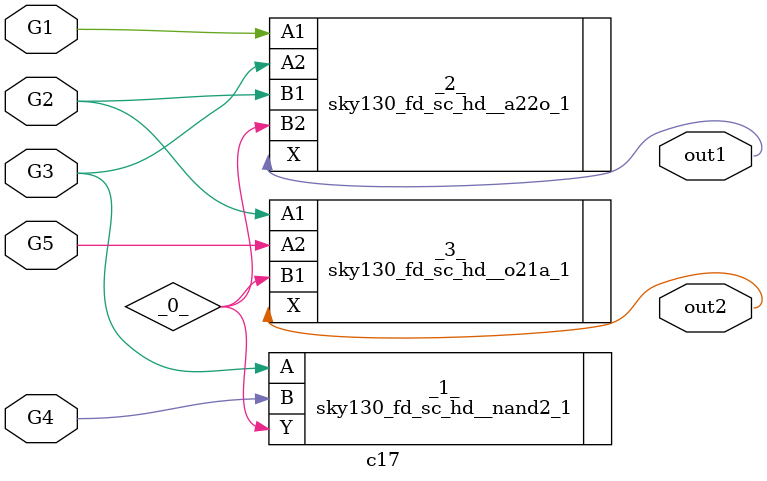
<source format=v>
/* Generated by Yosys 0.9 (git sha1 1979e0b) */

(* cells_not_processed =  1  *)
(* src = "c17.v:1" *)
module c17(G1, G2, G3, G4, G5, out1, out2);
  wire _0_;
  (* src = "c17.v:3" *)
  input G1;
  (* src = "c17.v:3" *)
  input G2;
  (* src = "c17.v:3" *)
  input G3;
  (* src = "c17.v:3" *)
  input G4;
  (* src = "c17.v:3" *)
  input G5;
  (* src = "c17.v:4" *)
  output out1;
  (* src = "c17.v:4" *)
  output out2;
  sky130_fd_sc_hd__nand2_1 _1_ (
    .A(G3),
    .B(G4),
    .Y(_0_)
  );
  sky130_fd_sc_hd__a22o_1 _2_ (
    .A1(G1),
    .A2(G3),
    .B1(G2),
    .B2(_0_),
    .X(out1)
  );
  sky130_fd_sc_hd__o21a_1 _3_ (
    .A1(G2),
    .A2(G5),
    .B1(_0_),
    .X(out2)
  );
endmodule

</source>
